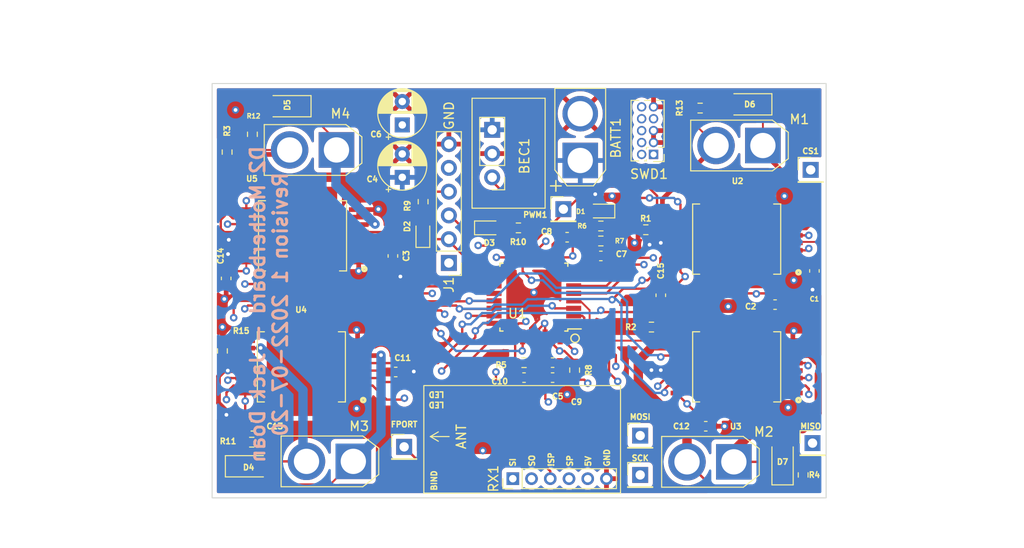
<source format=kicad_pcb>
(kicad_pcb (version 20211014) (generator pcbnew)
  (layers (0 "F.Cu" signal) (1 "In1.Cu" signal) (2 "In2.Cu" signal) (31 "B.Cu" signal) (34 "B.Paste" user) (35 "F.Paste" user) (36 "B.SilkS" user "B.Silkscreen") (37 "F.SilkS" user "F.Silkscreen") (38 "B.Mask" user) (39 "F.Mask" user) (44 "Edge.Cuts" user))
  (net 0 "")
  (net 1 "5V")
  (net 2 "BATT")
  (net 3 "GND")
  (net 5 "FTDI_RXI")
  (net 6 "FTDI_TXO")
  (net 7 "EN4")
  (net 8 "SWDIO")
  (net 9 "RX_FPORT_RX_SERCOM0")
  (net 10 "EN3")
  (net 11 "OUT1_P")
  (net 12 "OUT1_N")
  (net 13 "OUT2_P")
  (net 14 "OUT2_N")
  (net 15 "OUT3_P")
  (net 16 "OUT3_N")
  (net 17 "OUT4_P")
  (net 18 "OUT4_N")
  (net 19 "Net-(R1-Pad1)")
  (net 20 "Net-(R2-Pad1)")
  (net 21 "DIR1")
  (net 22 "DIR2")
  (net 23 "DIR3")
  (net 24 "DIR4")
  (net 25 "EN1")
  (net 26 "EN2")
  (net 27 "V_BATT_SENSE")
  (net 28 "RX_FPORT_TX")
  (net 29 "PWM1")
  (net 30 "PWM3")
  (net 31 "PWM4")
  (net 32 "CS4")
  (net 33 "MOSI")
  (net 34 "SCK")
  (net 35 "CS1")
  (net 36 "MISO")
  (net 37 "CS3")
  (net 38 "CS2")
  (net 39 "SWCLK")
  (net 40 "PWM2")
  (net 41 "RESET")
  (net 42 "Net-(D1-Pad1)")
  (net 43 "Net-(D2-Pad2)")
  (net 44 "Net-(D3-Pad2)")
  (net 46 "Net-(D4-Pad2)")
  (net 47 "Net-(D5-Pad2)")
  (net 48 "Net-(D6-Pad2)")
  (net 49 "Net-(D7-Pad2)")
  (net 56 "Net-(C11-Pad1)")
  (net 57 "Net-(R15-Pad1)")
  (net 58 "Net-(C3-Pad1)")
  (net 59 "Net-(R3-Pad1)")
  (net 60 "Net-(C1-Pad1)")
  (net 61 "Net-(C2-Pad1)")
  (footprint "Connector_AMASS:AMASS_XT30U-F_1x02_P5.0mm_Vertical" (layer "F.Cu") (at 118.975 90.55 180)
    (fp_text reference "M3")
    (fp_text value "Screw_Terminal_01x02")
  )
  (footprint "Connector_PinHeader_2.54mm:PinHeader_1x01_P2.54mm_Vertical" (layer "F.Cu") (at 149.6 87.8)
    (fp_text reference "TP2" hide)
    (fp_text value "TestPoint")
  )
  (footprint "Connector_PinHeader_2.54mm:PinHeader_1x01_P2.54mm_Vertical" (layer "F.Cu") (at 168 88.6)
    (fp_text reference "TP3" hide)
    (fp_text value "TestPoint")
  )
  (footprint "PowerSO-16:IC_VND5T016ASPTR-E_wider_pads" (layer "F.Cu") (at 113.55 66.45 180)
    (fp_text reference "U5")
    (fp_text value "L9958")
  )
  (footprint "Resistor_SMD:R_0603_1608Metric" (layer "F.Cu") (at 108.13 88.5)
    (fp_text reference "R11")
    (fp_text value "1k 1%")
  )
  (footprint "Resistor_SMD:R_0603_1608Metric" (layer "F.Cu") (at 126.425 62.8 -90)
    (fp_text reference "R9")
    (fp_text value "330 1%")
  )
  (footprint "Resistor_SMD:R_0603_1608Metric" (layer "F.Cu") (at 167 92 -90)
    (fp_text reference "R4")
    (fp_text value "1k 1%")
  )
  (footprint "Capacitor_SMD:C_0603_1608Metric" (layer "F.Cu") (at 164 73.8)
    (fp_text reference "C2")
    (fp_text value "0.1uF")
  )
  (footprint "Resistor_SMD:R_0603_1608Metric" (layer "F.Cu") (at 150.8 76.2 180)
    (fp_text reference "R2")
    (fp_text value "10k 1%")
  )
  (footprint "Resistor_SMD:R_0603_1608Metric" (layer "F.Cu") (at 145.4 65.4 180)
    (fp_text reference "R6")
    (fp_text value "10k 1%" hide)
  )
  (footprint "Resistor_SMD:R_0603_1608Metric" (layer "F.Cu") (at 142.6 80.8 90)
    (fp_text reference "R8")
    (fp_text value "1k 1%")
  )
  (footprint "Connector_PinHeader_2.54mm:PinHeader_1x01_P2.54mm_Vertical" (layer "F.Cu") (at 124.4 89)
    (fp_text reference "TP1" hide)
    (fp_text value "TestPoint")
  )
  (footprint "Connector_PinHeader_2.54mm:PinHeader_1x01_P2.54mm_Vertical" (layer "F.Cu") (at 149.6 92)
    (fp_text reference "TP4" hide)
    (fp_text value "TestPoint")
  )
  (footprint "Resistor_SMD:R_0603_1608Metric" (layer "F.Cu") (at 137.2 80)
    (fp_text reference "R5")
    (fp_text value "10k 1%")
  )
  (footprint "Diode_SMD:D_0603_1608Metric" (layer "F.Cu") (at 133.4 65.6)
    (fp_text reference "D3")
    (fp_text value "LED")
  )
  (footprint "Diode_SMD:D_0603_1608Metric" (layer "F.Cu") (at 126.4 66.2 90)
    (fp_text reference "D2")
    (fp_text value "LED")
  )
  (footprint "Capacitor_SMD:C_0603_1608Metric" (layer "F.Cu") (at 145.4 68.6)
    (fp_text reference "C7")
    (fp_text value "0.1uF")
  )
  (footprint "Resistor_SMD:R_0603_1608Metric" (layer "F.Cu") (at 150.2 65.8 180)
    (fp_text reference "R1")
    (fp_text value "10k 1%")
  )
  (footprint "Connector_PinHeader_2.54mm:PinHeader_1x06_P2.54mm_Vertical" (layer "F.Cu") (at 129.175 69.35 180)
    (fp_text reference "J1")
    (fp_text value "FTDI")
  )
  (footprint "Capacitor_SMD:C_0603_1608Metric" (layer "F.Cu") (at 141.8 66.6 180)
    (fp_text reference "C8")
    (fp_text value "0.1uF")
  )
  (footprint "Capacitor_SMD:C_0603_1608Metric" (layer "F.Cu") (at 105.4 71 -90)
    (fp_text reference "C14")
    (fp_text value "0.1uF")
  )
  (footprint "Resistor_SMD:R_0603_1608Metric" (layer "F.Cu") (at 156 52.8 180)
    (fp_text reference "R13")
    (fp_text value "1k 1%")
  )
  (footprint "Resistor_SMD:R_0603_1608Metric" (layer "F.Cu") (at 108.2 55.6 -90)
    (fp_text reference "R12")
    (fp_text value "1k 1%")
  )
  (footprint "Connector_PinHeader_2.00mm:PinHeader_1x06_P2.00mm_Vertical" (layer "F.Cu") (at 136 92.4 90)
    (fp_text reference "RX1")
    (fp_text value "RX")
  )
  (footprint "Connector_PinHeader_1.27mm:PinHeader_2x05_P1.27mm_Vertical" (layer "F.Cu") (at 151.025 57.75 180)
    (fp_text reference "SWD1")
    (fp_text value "Conn_02x05_Odd_Even" hide)
  )
  (footprint "Capacitor_SMD:C_0603_1608Metric" (layer "F.Cu") (at 168.2 70.2 -90)
    (fp_text reference "C1")
    (fp_text value "0.1uF")
  )
  (footprint "Connector_AMASS:AMASS_XT30U-F_1x02_P5.0mm_Vertical" (layer "F.Cu") (at 159.6 90.6 180)
    (fp_text reference "M2")
    (fp_text value "Screw_Terminal_01x02" hide)
  )
  (footprint "Capacitor_SMD:C_0603_1608Metric" (layer "F.Cu") (at 137.2 81.6 180)
    (fp_text reference "C10")
    (fp_text value "0.1uF")
  )
  (footprint "LED_SMD:LED_1206_3216Metric_Pad1.42x1.75mm_HandSolder" (layer "F.Cu") (at 164.8 90.6 90)
    (fp_text reference "D7")
    (fp_text value "LED_Dual_Bidirectional")
  )
  (footprint "Resistor_SMD:R_0603_1608Metric" (layer "F.Cu") (at 105.5 57.5 90)
    (fp_text reference "R3")
    (fp_text value "10k 1%")
  )
  (footprint "Connector_PinHeader_2.54mm:PinHeader_1x03_P2.54mm_Vertical" (layer "F.Cu") (at 133.8 60.2 180)
    (fp_text reference "BEC1")
    (fp_text value "BEC")
  )
  (footprint "Capacitor_SMD:C_0603_1608Metric" (layer "F.Cu") (at 140.25 80)
    (fp_text reference "C9")
    (fp_text value "1uF")
  )
  (footprint "Capacitor_SMD:C_0603_1608Metric" (layer "F.Cu") (at 123.2 68.6 -90)
    (fp_text reference "C3")
    (fp_text value "0.1uF")
  )
  (footprint "PowerSO-16:IC_VND5T016ASPTR-E_wider_pads" (layer "F.Cu") (at 113.43 80.45 180)
    (fp_text reference "U4")
    (fp_text value "L9958")
  )
  (footprint "LED_SMD:LED_1206_3216Metric_Pad1.42x1.75mm_HandSolder" (layer "F.Cu") (at 161.2 52.4 180)
    (fp_text reference "D6")
    (fp_text value "LED_Dual_Bidirectional")
  )
  (footprint "Package_QFP:TQFP-32_7x7mm_P0.8mm" (layer "F.Cu") (at 138.25 73 180)
    (fp_text reference "U1")
    (fp_text value "PIC32CM6408MC00032-I/PT" hide)
  )
  (footprint "Connector_AMASS:AMASS_XT30U-M_1x02_P5.0mm_Vertical" (layer "F.Cu") (at 143.2 58.4 90)
    (fp_text reference "BATT1")
    (fp_text value "Screw_Terminal_01x02" hide)
  )
  (footprint "Capacitor_THT:CP_Radial_D5.0mm_P2.50mm" (layer "F.Cu") (at 124.2 54.6 90)
    (fp_text reference "C6")
    (fp_text value "47uF")
  )
  (footprint "LED_SMD:LED_1206_3216Metric_Pad1.42x1.75mm_HandSolder" (layer "F.Cu") (at 107.775 91.075)
    (fp_text reference "D4")
    (fp_text value "LED_Dual_Bidirectional")
  )
  (footprint "Capacitor_SMD:C_0603_1608Metric" (layer "F.Cu") (at 140.25 81.6)
    (fp_text reference "C5")
    (fp_text value "0.1uF")
  )
  (footprint "Connector_PinHeader_2.54mm:PinHeader_1x01_P2.54mm_Vertical" (layer "F.Cu") (at 167.8 59.4)
    (fp_text reference "TP5" hide)
    (fp_text value "TestPoint")
  )
  (footprint "Capacitor_SMD:C_0603_1608Metric" (layer "F.Cu") (at 123.5 81)
    (fp_text reference "C11")
    (fp_text value "0.1uF")
  )
  (footprint "Capacitor_SMD:C_0603_1608Metric" (layer "F.Cu") (at 108.2 86.8)
    (fp_text reference "C13")
    (fp_text value "0.1uF")
  )
  (footprint "Connector_AMASS:AMASS_XT30U-F_1x02_P5.0mm_Vertical" (layer "F.Cu") (at 162.7 56.8 180)
    (fp_text reference "M1")
    (fp_text value "Screw_Terminal_01x02" hide)
  )
  (footprint "Connector_PinHeader_2.54mm:PinHeader_1x01_P2.54mm_Vertical" (layer "F.Cu") (at 141.4 63.6)
    (fp_text reference "TP6" hide)
    (fp_text value "TestPoint")
  )
  (footprint "Capacitor_SMD:C_0603_1608Metric" (layer "F.Cu") (at 156.6 86.8)
    (fp_text reference "C12")
    (fp_text value "0.1uF")
  )
  (footprint "Resistor_SMD:R_0603_1608Metric" (layer "F.Cu") (at 136.6 65.6 180)
    (fp_text reference "R10")
    (fp_text value "330 1%")
  )
  (footprint "Diode_SMD:D_0603_1608Metric" (layer "F.Cu") (at 145.4 63.8 180)
    (fp_text reference "D1")
    (fp_text value "D")
  )
  (footprint "Resistor_SMD:R_0603_1608Metric" (layer "F.Cu") (at 145.4 67)
    (fp_text reference "R7")
    (fp_text value "10k 1%" hide)
  )
  (footprint "Connector_AMASS:AMASS_XT30U-F_1x02_P5.0mm_Vertical" (layer "F.Cu") (at 117.175 57.275 180)
    (fp_text reference "M4")
    (fp_text value "Screw_Terminal_01x02")
  )
  (footprint "LED_SMD:LED_1206_3216Metric_Pad1.42x1.75mm_HandSolder" (layer "F.Cu") (at 112 52.6 180)
    (fp_text reference "D5")
    (fp_text value "LED_Dual_Bidirectional")
  )
  (footprint "PowerSO-16:IC_VND5T016ASPTR-E_wider_pads" (layer "F.Cu") (at 159.9 80.45 180)
    (fp_text reference "U3")
    (fp_text value "L9958")
  )
  (footprint "Capacitor_SMD:C_0603_1608Metric" (layer "F.Cu") (at 151.8 72.8 -90)
    (fp_text reference "C15")
    (fp_text value "0.1uF")
  )
  (footprint "Capacitor_THT:CP_Radial_D5.0mm_P2.50mm" (layer "F.Cu") (at 124.2 60.2 90)
    (fp_text reference "C4")
    (fp_text value "220uF" hide)
  )
  (footprint "PowerSO-16:IC_VND5T016ASPTR-E_wider_pads" (layer "F.Cu") (at 159.9 66.8 180)
    (fp_text reference "U2")
    (fp_text value "L9958")
  )
  (footprint "Resistor_SMD:R_0603_1608Metric" (layer "F.Cu") (at 105 78.75 90)
    (fp_text reference "R15")
    (fp_text value "10k 1%")
  )
  (gr_circle (center 142.647213 77.4) (end 142.247213 77.6) (layer "F.SilkS") (width 0.15) (fill none))
  (gr_rect (start 103.9 50.175) (end 169.45 94.45) (layer "Edge.Cuts") (width 0.1) (fill none))
  (gr_text "D2 Motherboard - Jack Doan\nRevision 1 2022-07-20" (at 109.975 73.775 90) (layer "B.SilkS") (effects (font (size 1.5 1.5) (thickness 0.3)) (justify mirror)))
  (gr_text "MOSI" (at 149.6 85.8) (layer "F.SilkS") (effects (font (size 0.6 0.6))))
  (gr_text "MISO" (at 167.8 86.8) (layer "F.SilkS") (effects (font (size 0.6 0.6))))
  (gr_text "GND" (at 129.2 53.6 90) (layer "F.SilkS") (effects (font (size 1 1))))
  (gr_text "CS1" (at 167.8 57.4) (layer "F.SilkS") (effects (font (size 0.6 0.6))))
  (gr_text "SCK" (at 149.6 90.2) (layer "F.SilkS") (effects (font (size 0.6 0.6))))
  (gr_text "PWM1" (at 138.4 64.2) (layer "F.SilkS") (effects (font (size 0.6 0.6))))
  (gr_text "FPORT" (at 124.4 86.6) (layer "F.SilkS") (effects (font (size 0.6 0.6))))
  (segment (start 105.4 70.225) (end 107.525 70.225) (width 0.25) (layer "F.Cu") (net 1))
  (segment (start 107.43 84.1005) (end 107.43 86.795) (width 0.25) (layer "F.Cu") (net 1))
  (segment (start 139.45 77.25) (end 139.45 75.85) (width 0.25) (layer "F.Cu") (net 1))
  (segment (start 143.625 81.825) (end 144 82.2) (width 0.25) (layer "F.Cu") (net 1))
  (segment (start 138.65 77.25) (end 138.65 78.15) (width 0.25) (layer "F.Cu") (net 1))
  (segment (start 153.9 83.25) (end 153.9 83.7) (width 0.25) (layer "F.Cu") (net 1))
  (segment (start 138.65 78.15) (end 139.25 78.75) (width 0.25) (layer "F.Cu") (net 1))
  (segment (start 139.475 80) (end 139.475 81.8) (width 0.25) (layer "F.Cu") (net 1))
  (segment (start 107.43 86.795) (end 107.425 86.8) (width 0.25) (layer "F.Cu") (net 1))
  (segment (start 139.475 81.8) (end 138.025 81.8) (width 0.25) (layer "F.Cu") (net 1))
  (segment (start 142.25 68.75) (end 142.4 68.6) (width 0.25) (layer "F.Cu") (net 1))
  (segment (start 139.475 83.875) (end 139.8 84.2) (width 0.25) (layer "F.Cu") (net 1))
  (segment (start 126.425 61.975) (end 126.67 61.73) (width 0.25) (layer "F.Cu") (net 1))
  (segment (start 141.05 68.75) (end 142.25 68.75) (width 0.25) (layer "F.Cu") (net 1))
  (segment (start 138.025 80) (end 138.025 81.6) (width 0.25) (layer "F.Cu") (net 1))
  (segment (start 142.4 68.6) (end 142.4 66.775) (width 0.25) (layer "F.Cu") (net 1))
  (segment (start 139.45 77.25) (end 139.45 78.55) (width 0.25) (layer "F.Cu") (net 1))
  (segment (start 139.25 78.75) (end 139.25 80.175) (width 0.25) (layer "F.Cu") (net 1))
  (segment (start 153.9 83.7) (end 154.6 84.4) (width 0.25) (layer "F.Cu") (net 1))
  (segment (start 142.6 81.825) (end 143.625 81.825) (width 0.25) (layer "F.Cu") (net 1))
  (segment (start 155.825 86.8) (end 155.825 85.625) (width 0.25) (layer "F.Cu") (net 1))
  (segment (start 139.45 78.55) (end 139.25 78.75) (width 0.25) (layer "F.Cu") (net 1))
  (segment (start 139.45 75.85) (end 139.4 75.8) (width 0.25) (layer "F.Cu") (net 1))
  (segment (start 151.8 72.025) (end 153.175 72.025) (width 0.25) (layer "F.Cu") (net 1))
  (segment (start 139.475 82) (end 139.475 83.875) (width 0.25) (layer "F.Cu") (net 1))
  (segment (start 107.55 69.25) (end 107.55 70.2) (width 0.2) (layer "F.Cu") (net 1))
  (segment (start 137.425 65.6) (end 137.425 64.25) (width 0.25) (layer "F.Cu") (net 1))
  (segment (start 126.67 61.73) (end 129.175 61.73) (width 0.25) (layer "F.Cu") (net 1))
  (segment (start 155.825 85.625) (end 154.6 84.4) (width 0.25) (layer "F.Cu") (net 1))
  (segment (start 138.65 77.25) (end 138.65 79.375) (width 0.25) (layer "F.Cu") (net 1))
  (segment (start 138.65 79.375) (end 138.025 80) (width 0.25) (layer "F.Cu") (net 1))
  (segment (start 153.9 69.6) (end 153.9 70.3) (width 0.25) (layer "F.Cu") (net 1))
  (segment (start 138.65 76.55) (end 139.4 75.8) (width 0.25) (layer "F.Cu") (net 1))
  (segment (start 137.425 64.25) (end 133.8 60.625) (width 0.25) (layer "F.Cu") (net 1))
  (segment (start 138.65 77.25) (end 139.45 77.25) (width 0.25) (layer "F.Cu") (net 1))
  (segment (start 153.9 70.3) (end 154.4 70.8) (width 0.25) (layer "F.Cu") (net 1))
  (segment (start 138.65 77.25) (end 138.65 76.55) (width 0.25) (layer "F.Cu") (net 1))
  (segment (start 153.175 72.025) (end 154.4 70.8) (width 0.25) (layer "F.Cu") (net 1))
  (segment (start 107.43 83.25) (end 107.43 84.1005) (width 0.25) (layer "F.Cu") (net 1))
  (segment (start 107.525 70.225) (end 107.55 70.2) (width 0.25) (layer "F.Cu") (net 1))
  (segment (start 138.025 80) (end 139.475 80) (width 0.25) (layer "F.Cu") (net 1))
  (via (at 154.6 84.4) (size 0.8) (drill 0.4) (layers "F.Cu" "B.Cu") (net 1))
  (via (at 107.55 70.2) (size 0.8) (drill 0.4) (layers "F.Cu" "B.Cu") (net 1))
  (via (at 154.4 70.8) (size 0.8) (drill 0.4) (layers "F.Cu" "B.Cu") (net 1))
  (via (at 139.4 75.8) (size 0.8) (drill 0.4) (layers "F.Cu" "B.Cu") (net 1))
  (via (at 144 82.2) (size 0.8) (drill 0.4) (layers "F.Cu" "B.Cu") (net 1))
  (via (at 142.4 68.6) (size 0.8) (drill 0.4) (layers "F.Cu" "B.Cu") (net 1))
  (via (at 139.8 84.2) (size 0.8) (drill 0.4) (layers "F.Cu" "B.Cu") (net 1))
  (via (at 107.43 84.1005) (size 0.8) (drill 0.4) (layers "F.Cu" "B.Cu") (net 1))
  (segment (start 164.775 73.8) (end 166.4 73.8) (width 0.25) (layer "F.Cu") (net 2))
  (segment (start 153.9 80.85) (end 150.85 80.85) (width 0.5) (layer "F.Cu") (net 2))
  (segment (start 153.9 67.2) (end 151.8 67.2) (width 0.5) (layer "F.Cu") (net 2))
  (segment (start 104.58 81.469767) (end 105.199767 80.85) (width 0.5) (layer "F.Cu") (net 2))
  (segment (start 105.425 85.147082) (end 104.58 84.302082) (width 0.5) (layer "F.Cu") (net 2))
  (segment (start 105.675 66.875) (end 107.525 66.875) (width 0.5) (layer "F.Cu") (net 2))
  (segment (start 151.8 80.8) (end 151.6 80.8) (width 0.5) (layer "F.Cu") (net 2))
  (segment (start 144.6125 62.1875) (end 144.8 62) (width 0.25) (layer "F.Cu") (net 2))
  (segment (start 150.8 80.8) (end 151.8 80.8) (width 0.25) (layer "F.Cu") (net 2))
  (segment (start 166.4 73.8) (end 168 72.2) (width 0.25) (layer "F.Cu") (net 2))
  (segment (start 153.9 80.85) (end 151.85 80.85) (width 0.5) (layer "F.Cu") (net 2))
  (segment (start 123.2 70) (end 124 70.8) (width 0.25) (layer "F.Cu") (net 2))
  (segment (start 107.525 66.875) (end 107.55 66.85) (width 0.5) (layer "F.Cu") (net 2))
  (segment (start 105.575 80.85) (end 105.225 80.85) (width 0.5) (layer "F.Cu") (net 2))
  (segment (start 150.85 80.85) (end 150.8 80.8) (width 0.5) (layer "F.Cu") (net 2))
  (segment (start 144.6125 63.8) (end 144.6125 62.1875) (width 0.25) (layer "F.Cu") (net 2))
  (segment (start 168.2 72) (end 168 72.2) (width 0.2) (layer "F.Cu") (net 2))
  (segment (start 105.199767 80.85) (end 107.43 80.85) (width 0.5) (layer "F.Cu") (net 2))
  (segment (start 168.2 70.975) (end 168.2 72) (width 0.2) (layer "F.Cu") (net 2))
  (segment (start 151.8 67.2) (end 150.8 67.2) (width 0.5) (layer "F.Cu") (net 2))
  (segment (start 123.2 69.375) (end 123.2 70) (width 0.25) (layer "F.Cu") (net 2))
  (segment (start 105.675 66.875) (end 105.675 68.325) (width 0.5) (layer "F.Cu") (net 2))
  (segment (start 105.425 85.575) (end 105.425 85.147082) (width 0.5) (layer "F.Cu") (net 2))
  (segment (start 124.205 80.95) (end 125.43 80.95) (width 0.25) (layer "F.Cu") (net 2))
  (segment (start 151.85 80.85) (end 151.8 80.8) (width 0.5) (layer "F.Cu") (net 2))
  (segment (start 107.43 80.85) (end 105.575 80.85) (width 0.5) (layer "F.Cu") (net 2))
  (segment (start 105.675 68.325) (end 105.6 68.4) (width 0.5) (layer "F.Cu") (net 2))
  (segment (start 150.8 67.2) (end 150.6 67.4) (width 0.5) (layer "F.Cu") (net 2))
  (segment (start 104.58 84.302082) (end 104.58 81.469767) (width 0.5) (layer "F.Cu") (net 2))
  (via (at 105.6 68.4) (size 0.8) (drill 0.4) (layers "F.Cu" "B.Cu") (net 2))
  (via (at 150.6 67.4) (size 0.8) (drill 0.4) (layers "F.Cu" "B.Cu") (net 2))
  (via (at 151.8 67.2) (size 0.8) (drill 0.4) (layers "F.Cu" "B.Cu") (net 2))
  (via (at 125.43 80.95) (size 0.8) (drill 0.4) (layers "F.Cu" "B.Cu") (net 2))
  (via (at 105.425 85.575) (size 0.8) (drill 0.4) (layers "F.Cu" "B.Cu") (net 2))
  (via (at 151.8 80.8) (size 0.8) (drill 0.4) (layers "F.Cu" "B.Cu") (net 2))
  (via (at 105.575 80.85) (size 0.8) (drill 0.4) (layers "F.Cu" "B.Cu") (net 2))
  (via (at 105.675 66.875) (size 0.8) (drill 0.4) (layers "F.Cu" "B.Cu") (net 2))
  (via (at 124 70.8) (size 0.8) (drill 0.4) (layers "F.Cu" "B.Cu") (net 2))
  (via (at 144.8 62) (size 0.8) (drill 0.4) (layers "F.Cu" "B.Cu") (net 2))
  (via (at 150.8 80.8) (size 0.8) (drill 0.4) (layers "F.Cu" "B.Cu") (net 2))
  (via (at 168 72.2) (size 0.8) (drill 0.4) (layers "F.Cu" "B.Cu") (net 2))
  (segment (start 146.225 67) (end 147.2 66.025) (width 0.2) (layer "F.Cu") (net 3))
  (segment (start 119.93 77.65) (end 119.93 78.45) (width 0.25) (layer "F.Cu") (net 3))
  (segment (start 137.85 76.325) (end 137.85 77.25) (width 0.25) (layer "F.Cu") (net 3))
  (segment (start 140.25 68.75) (end 140.25 67.375) (width 0.25) (layer "F.Cu") (net 3))
  (segment (start 105 77.925) (end 105.2 77.725) (width 0.25) (layer "F.Cu") (net 3))
  (segment (start 140.25 68.75) (end 140.25 71.75) (width 0.25) (layer "F.Cu") (net 3))
  (segment (start 165.9 64) (end 165.9 64.8) (width 0.25) (layer "F.Cu") (net 3))
  (segment (start 141.025 82.625) (end 141.8 83.4) (width 0.25) (layer "F.Cu") (net 3))
  (segment (start 159.9 85.5) (end 158.4 87) (width 0.25) (layer "F.Cu") (net 3))
  (segment (start 165.9 69.6) (end 165.9 71.1) (width 0.25) (layer "F.Cu") (net 3))
  (segment (start 105.2 77.725) (end 105.2 73.2) (width 0.25) (layer "F.Cu") (net 3))
  (segment (start 165.9 83.25) (end 165.9 84.3) (width 0.25) (layer "F.Cu") (net 3))
  (segment (start 116.35 69.25) (end 119.55 69.25) (width 0.25) (layer "F.Cu") (net 3))
  (segment (start 147.2 62.8) (end 146.6 62.2) (width 0.2) (layer "F.Cu") (net 3))
  (segment (start 165.9 84.3) (end 165.4 84.8) (width 0.25) (layer "F.Cu") (net 3))
  (segment (start 149.975 76.2) (end 150.4 76.2) (width 0.25) (layer "F.Cu") (net 3))
  (segment (start 165.9 64) (end 162.7 64) (width 0.25) (layer "F.Cu") (net 3))
  (segment (start 141.025 80) (end 141.025 81.5) (width 0.25) (layer "F.Cu") (net 3))
  (segment (start 138.8 75.375) (end 137.85 76.325) (width 0.25) (layer "F.Cu") (net 3))
  (segment (start 138.8 73.2) (end 138.8 75.375) (width 0.25) (layer "F.Cu") (net 3))
  (segment (start 165.9 71.1) (end 166 71.2) (width 0.25) (layer "F.Cu") (net 3))
  (segment (start 165.9 76.7) (end 166 76.6) (width 0.25) (layer "F.Cu") (net 3))
  (segment (start 119.43 83.25) (end 119.43 84.8) (width 0.25) (layer "F.Cu") (net 3))
  (segment (start 165.9 77.65) (end 165.9 76.7) (width 0.25) (layer "F.Cu") (net 3))
  (segment (start 160.4 66.8) (end 165 62.2) (width 0.25) (layer "F.Cu") (net 3))
  (segment (start 138.875 73.125) (end 138.25 72.5) (width 0.25) (layer "F.Cu") (net 3))
  (segment (start 105.4 73) (end 105.2 73.2) (width 0.25) (layer "F.Cu") (net 3))
  (segment (start 119.93 77.65) (end 116.73 77.65) (width 0.25) (layer "F.Cu") (net 3))
  (segment (start 121.6 63.65) (end 121.65 63.6) (width 0.25) (layer "F.Cu") (net 3))
  (segment (start 151.4 75.2) (end 154.65 75.2) (width 0.25) (layer "F.Cu") (net 3))
  (segment (start 128.3 84.9) (end 132.8 89.4) (width 0.25) (layer "F.Cu") (net 3))
  (segment (start 119.55 69.25) (end 119.55 70.2) (width 0.25) (layer "F.Cu") (net 3))
  (segment (start 146.225 67) (end 146.225 68.55) (width 0.2) (layer "F.Cu") (net 3))
  (segment (start 119.43 84.8) (end 119.33 84.9) (width 0.25) (layer "F.Cu") (net 3))
  (segment (start 157.375 86.8) (end 158.6 86.8) (width 0.25) (layer "F.Cu") (net 3))
  (segment (start 105.4 71.775) (end 105.4 73) (width 0.25) (layer "F.Cu") (net 3))
  (segment (start 119.93 83.25) (end 116.73 83.25) (width 0.25) (layer "F.Cu") (net 3))
  (segment (start 153.125 73.575) (end 159.9 66.8) (width 0.25) (layer "F.Cu") (net 3))
  (segment (start 108.975 84.905) (end 113.43 80.45) (width 0.25) (layer "F.Cu") (net 3))
  (segment (start 149.375 66.825) (end 149 67.2) (width 0.25) (layer "F.Cu") (net 3))
  (segment (start 119.43 76.6) (end 119.33 76.5) (width 0.25) (layer "F.Cu") (net 3))
  (segment (start 138.875 73.125) (end 138.8 73.2) (width 0.25) (layer "F.Cu") (net 3))
  (segment (start 149.375 65.8) (end 149.375 66.825) (width 0.25) (layer "F.Cu") (net 3))
  (segment (start 147.2 66.025) (end 147.2 62.8) (width 0.2) (layer "F.Cu") (net 3))
  (segment (start 119.55 63.65) (end 121.6 63.65) (width 0.25) (layer "F.Cu") (net 3))
  (segment (start 154.65 75.2) (end 159.9 80.45) (width 0.25) (layer "F.Cu") (net 3))
  (segment (start 165.9 83.25) (end 162.7 83.25) (width 0.25) (layer "F.Cu") (net 3))
  (segment (start 150.4 76.2) (end 151.4 75.2) (width 0.25) (layer "F.Cu") (net 3))
  (segment (start 105 77.925) (end 105 76.2) (width 0.25) (layer "F.Cu") (net 3))
  (segment (start 140.25 71.75) (end 138.875 73.125) (width 0.25) (layer "F.Cu") (net 3))
  (segment (start 119.33 84.9) (end 128.3 84.9) (width 0.25) (layer "F.Cu") (net 3))
  (segment (start 108.975 86.8) (end 108.975 84.905) (width 0.25) (layer "F.Cu") (net 3))
  (segment (start 140.25 67.375) (end 141.025 66.6) (width 0.25) (layer "F.Cu") (net 3))
  (segment (start 151.8 73.575) (end 153.125 73.575) (width 0.25) (layer "F.Cu") (net 3))
  (segment (start 141.025 82) (end 141.025 82.625) (width 0.25) (layer "F.Cu") (net 3))
  (segment (start 119.43 77.65) (end 119.43 76.6) (width 0.25) (layer "F.Cu") (net 3))
  (segment (start 119.55 63.65) (end 119.55 64.45) (width 0.25) (layer "F.Cu") (net 3))
  (segment (start 119.55 64.45) (end 115.55 64.45) (width 0.25) (layer "F.Cu") (net 3))
  (via (at 105 76.2) (size 0.8) (drill 0.4) (layers "F.Cu" "B.Cu") (net 3))
  (via (at 141.8 83.4) (size 0.8) (drill 0.4) (layers "F.Cu" "B.Cu") (net 3))
  (via (at 159 74) (size 0.8) (drill 0.4) (layers "F.Cu" "B.Cu") (net 3))
  (via (at 165.4 84.8) (size 0.8) (drill 0.4) (layers "F.Cu" "B.Cu") (net 3))
  (via (at 166 71.2) (size 0.8) (drill 0.4) (layers "F.Cu" "B.Cu") (net 3))
  (via (at 149 67.2) (size 0.8) (drill 0.4) (layers "F.Cu" "B.Cu") (net 3))
  (via (at 105.2 73.2) (size 0.8) (drill 0.4) (layers "F.Cu" "B.Cu") (net 3))
  (via (at 158.6 86.8) (size 0.8) (drill 0.4) (layers "F.Cu" "B.Cu") (net 3))
  (via (at 165 62.2) (size 0.8) (drill 0.4) (layers "F.Cu" "B.Cu") (net 3))
  (via (at 119.55 70.2) (size 0.8) (drill 0.4) (layers "F.Cu" "B.Cu") (net 3))
  (via (at 119.33 84.9) (size 0.8) (drill 0.4) (layers "F.Cu" "B.Cu") (net 3))
  (via (at 146.6 62.2) (size 0.8) (drill 0.4) (layers "F.Cu" "B.Cu") (net 3))
  (via (at 138.25 72.5) (size 0.8) (drill 0.4) (layers "F.Cu" "B.Cu") (net 3))
  (via (at 132.8 89.4) (size 0.8) (drill 0.4) (layers "F.Cu" "B.Cu") (net 3))
  (via (at 106.4 53) (size 0.8) (drill 0.4) (layers "F.Cu" "B.Cu") (net 3))
  (via (at 119.33 76.5) (size 0.8) (drill 0.4) (layers "F.Cu" "B.Cu") (net 3))
  (via (at 121.65 63.6) (size 0.8) (drill 0.4) (layers "F.Cu" "B.Cu") (net 3))
  (via (at 166 76.6) (size 0.8) (drill 0.4) (layers "F.Cu" "B.Cu") (net 3))
  (segment (start 131.6 69.4) (end 131.575 69.4) (width 0.25) (layer "F.Cu") (net 5))
  (segment (start 134 71) (end 133.2 71) (width 0.25) (layer "F.Cu") (net 5))
  (segment (start 126.4 66.9875) (end 126.5775 66.81) (width 0.25) (layer "F.Cu") (net 5))
  (segment (start 133.2 71) (end 131.6 69.4) (width 0.25) (layer "F.Cu") (net 5))
  (segment (start 131.575 69.4) (end 129.175 67) (width 0.25) (layer "F.Cu") (net 5))
  (segment (start 126.5775 66.81) (end 129.175 66.81) (width 0.25) (layer "F.Cu") (net 5))
  (segment (start 129.32 64.27) (end 130.95 65.9) (width 0.25) (layer "F.Cu") (net 6))
  (segment (start 130.95 68) (end 133.15 70.2) (width 0.25) (layer "F.Cu") (net 6))
  (segment (start 132.6125 65.6) (end 130.95 67.2625) (width 0.25) (layer "F.Cu") (net 6))
  (segment (start 130.95 65.9) (end 130.95 68) (width 0.25) (layer "F.Cu") (net 6))
  (segment (start 130.95 67.2625) (end 130.95 68) (width 0.25) (layer "F.Cu") (net 6))
  (segment (start 133.15 70.2) (end 134 70.2) (width 0.25) (layer "F.Cu") (net 6))
  (segment (start 107.55 62.7) (end 107.55 63.65) (width 0.25) (layer "F.Cu") (net 7))
  (segment (start 134 75) (end 131.5 75) (width 0.25) (layer "F.Cu") (net 7))
  (segment (start 131.5 75) (end 131.4 75.1) (width 0.25) (layer "F.Cu") (net 7))
  (via (at 131.25 75) (size 0.8) (drill 0.4) (layers "F.Cu" "B.Cu") (net 7))
  (via (at 107.55 62.7) (size 0.8) (drill 0.4) (layers "F.Cu" "B.Cu") (net 7))
  (segment (start 141.05 77.25) (end 142.6 78.8) (width 0.25) (layer "F.Cu") (net 8))
  (via (at 142.6 78.8) (size 0.8) (drill 0.4) (layers "F.Cu" "B.Cu") (net 8))
  (segment (start 134.2 82.8) (end 140 88.6) (width 0.25) (layer "F.Cu") (net 9))
  (segment (start 125.8 90.4) (end 136 90.4) (width 0.25) (layer "F.Cu") (net 9))
  (segment (start 138.6 90.4) (end 138.8 90.4) (width 0.25) (layer "F.Cu") (net 9))
  (segment (start 124.4 89) (end 125.8 90.4) (width 0.25) (layer "F.Cu") (net 9))
  (segment (start 140 91.6) (end 140 92.4) (width 0.25) (layer "F.Cu") (net 9))
  (segment (start 136 90.4) (end 138.6 90.4) (width 0.25) (layer "F.Cu") (net 9))
  (segment (start 140 88.6) (end 140 89) (width 0.25) (layer "F.Cu") (net 9))
  (segment (start 134.2 81) (end 134.2 82.8) (width 0.25) (layer "F.Cu") (net 9))
  (segment (start 138.65 67.899904) (end 139.524952 67.024952) (width 0.25) (layer "F.Cu") (net 9))
  (segment (start 138.8 90.4) (end 140 91.6) (width 0.25) (layer "F.Cu") (net 9))
  (segment (start 140 89) (end 138.6 90.4) (width 0.25) (layer "F.Cu") (net 9))
  (segment (start 138.65 68.75) (end 138.65 67.899904) (width 0.25) (layer "F.Cu") (net 9))
  (via (at 139.524952 67.024952) (size 0.8) (drill 0.4) (layers "F.Cu" "B.Cu") (net 9))
  (via (at 134.2 81) (size 0.8) (drill 0.4) (layers "F.Cu" "B.Cu") (net 9))
  (segment (start 107.43 76.85) (end 109.405 74.875) (width 0.25) (layer "F.Cu") (net 10))
  (segment (start 137.05 77.25) (end 137.05 78.7) (width 0.25) (layer "F.Cu") (net 10))
  (segment (start 107.43 77.65) (end 107.43 76.85) (width 0.25) (layer "F.Cu") (net 10))
  (segment (start 137.05 78.7) (end 137 78.75) (width 0.25) (layer "F.Cu") (net 10))
  (segment (start 126.305 74.875) (end 128.33 76.9) (width 0.25) (layer "F.Cu") (net 10))
  (segment (start 109.405 74.875) (end 126.305 74.875) (width 0.25) (layer "F.Cu") (net 10))
  (via (at 128.33 76.9) (size 0.8) (drill 0.4) (layers "F.Cu" "B.Cu") (net 10))
  (via (at 137 78.75) (size 0.8) (drill 0.4) (layers "F.Cu" "B.Cu") (net 10))
  (segment (start 129.95 78.75) (end 137 78.75) (width 0.25) (layer "B.Cu") (net 10))
  (segment (start 128.33 76.9) (end 128.33 77.13) (width 0.25) (layer "B.Cu") (net 10))
  (segment (start 128.33 77.13) (end 129.95 78.75) (width 0.25) (layer "B.Cu") (net 10))
  (segment (start 162.7 52.4125) (end 162.7 56.8) (width 0.2) (layer "F.Cu") (net 11))
  (segment (start 167.3 65.6) (end 165.9 65.6) (width 0.5) (layer "F.Cu") (net 11))
  (segment (start 167.6 62.4) (end 167.6 65.3) (width 0.5) (layer "F.Cu") (net 11))
  (segment (start 167.6 65.3) (end 167.3 65.6) (width 0.5) (layer "F.Cu") (net 11))
  (segment (start 163.4875 58.2875) (end 167.6 62.4) (width 0.5) (layer "F.Cu") (net 11))
  (segment (start 151.975 62.525) (end 157.7 56.8) (width 0.5) (layer "F.Cu") (net 12))
  (segment (start 153.9 64.8) (end 152.5 64.8) (width 0.5) (layer "F.Cu") (net 12))
  (segment (start 152.5 64.8) (end 151.975 64.275) (width 0.5) (layer "F.Cu") (net 12))
  (segment (start 155.175 52.8) (end 155.175 54.275) (width 0.2) (layer "F.Cu") (net 12))
  (segment (start 151.975 64.275) (end 151.975 62.525) (width 0.5) (layer "F.Cu") (net 12))
  (segment (start 155.175 54.275) (end 157.7 56.8) (width 0.2) (layer "F.Cu") (net 12))
  (segment (start 159.6 89.4) (end 161.95 87.05) (width 1) (layer "F.Cu") (net 13))
  (segment (start 166.95 87.05) (end 168.4 85.6) (width 1) (layer "F.Cu") (net 13))
  (segment (start 168.4 85.6) (end 168.6 85.4) (width 0.75) (layer "F.Cu") (net 13))
  (segment (start 163.3125 90.6) (end 159.6 90.6) (width 0.25) (layer "F.Cu") (net 13))
  (segment (start 165.9 79.25) (end 167.650706 79.25) (width 0.5) (layer "F.Cu") (net 13))
  (segment (start 164.8 92.0875) (end 163.3125 90.6) (width 0.25) (layer "F.Cu") (net 13))
  (segment (start 168.6 85.4) (end 168.6 81.2) (width 0.75) (layer "F.Cu") (net 13))
  (segment (start 168.6 80.199294) (end 168.6 81) (width 0.5) (layer "F.Cu") (net 13))
  (segment (start 167.650706 79.25) (end 168.6 80.199294) (width 0.5) (layer "F.Cu") (net 13))
  (segment (start 161.95 87.05) (end 166.95 87.05) (width 1) (layer "F.Cu") (net 13))
  (segment (start 149.4 82.2) (end 154.6 87.4) (width 1) (layer "F.Cu") (net 14))
  (segment (start 153.9 78.45) (end 150.75 78.45) (width 0.5) (layer "F.Cu") (net 14))
  (segment (start 154.6 87.4) (end 154.6 90.6) (width 1) (layer "F.Cu") (net 14))
  (segment (start 166.6 93.4) (end 165.4 93.4) (width 0.2) (layer "F.Cu") (net 14))
  (segment (start 149.4 79.8) (end 149.4 82.2) (width 1) (layer "F.Cu") (net 14))
  (segment (start 150.6 78.6) (end 149.4 79.8) (width 1) (layer "F.Cu") (net 14))
  (segment (start 167 93) (end 166.6 93.4) (width 0.2) (layer "F.Cu") (net 14))
  (segment (start 154.6 90.6) (end 157.4 93.4) (width 0.25) (layer "F.Cu") (net 14))
  (segment (start 157.4 93.4) (end 165.4 93.4) (width 0.25) (layer "F.Cu") (net 14))
  (segment (start 150.75 78.45) (end 150.6 78.6) (width 0.25) (layer "F.Cu") (net 14))
  (segment (start 108.35 93) (end 116.525 93) (width 0.2) (layer "F.Cu") (net 15))
  (segment (start 106.425 91.075) (end 108.35 93) (width 0.2) (layer "F.Cu") (net 15))
  (segment (start 116.525 93) (end 118.975 90.55) (width 0.2) (layer "F.Cu") (net 15))
  (segment (start 121.88 79.25) (end 121.93 79.2) (width 0.2) (layer "F.Cu") (net 15))
  (segment (start 119.93 79.25) (end 121.88 79.25) (width 0.5) (layer "F.Cu") (net 15))
  (via (at 121.93 79.2) (size 0.8) (drill 0.4) (layers "F.Cu" "B.Cu") (net 15))
  (segment (start 121.93 87.595) (end 121.93 79.2) (width 1) (layer "B.Cu") (net 15))
  (segment (start 118.975 90.55) (end 121.93 87.595) (width 1) (layer "B.Cu") (net 15))
  (segment (start 109.05 78.45) (end 109.075 78.425) (width 0.25) (layer "F.Cu") (net 16))
  (segment (start 111.005 90.55) (end 113.975 90.55) (width 0.25) (layer "F.Cu") (net 16))
  (segment (start 108.63 78.45) (end 108.955 78.775) (width 0.25) (layer "F.Cu") (net 16))
  (segment (start 108.955 88.5) (end 111.005 90.55) (width 0.25) (layer "F.Cu") (net 16))
  (segment (start 107.43 78.45) (end 109.05 78.45) (width 0.25) (layer "F.Cu") (net 16))
  (segment (start 107.43 78.45) (end 108.63 78.45) (width 0.25) (layer "F.Cu") (net 16))
  (via (at 109.075 78.425) (size 0.8) (drill 0.4) (layers "F.Cu" "B.Cu") (net 16))
  (segment (start 109.075 78.425) (end 113.6 82.95) (width 1) (layer "B.Cu") (net 16))
  (segment (start 113.6 82.95) (end 113.6 90.175) (width 1) (layer "B.Cu") (net 16))
  (segment (start 121.25 65.25) (end 121.3 65.2) (width 0.2) (layer "F.Cu") (net 17))
  (segment (start 113.4875 52.6) (end 117.175 56.2875) (width 0.2) (layer "F.Cu") (net 17))
  (segment (start 119.55 65.25) (end 121.25 65.25) (width 0.2) (layer "F.Cu") (net 17))
  (segment (start 117.175 56.2875) (end 117.175 57.275) (width 0.2) (layer "F.Cu") (net 17))
  (via (at 121.3 65.2) (size 0.8) (drill 0.4) (layers "F.Cu" "B.Cu") (net 17))
  (segment (start 121.3 65.2) (end 117.125 61.025) (width 1) (layer "B.Cu") (net 17))
  (segment (start 117.125 61.025) (end 117.125 57.75) (width 1) (layer "B.Cu") (net 17))
  (segment (start 107.55 64.45) (end 106.15 64.45) (width 0.5) (layer "F.Cu") (net 18))
  (segment (start 108.3 57.75) (end 112.125 57.75) (width 0.5) (layer "F.Cu") (net 18))
  (segment (start 106.15 64.45) (end 105.8 64.1) (width 0.5) (layer "F.Cu") (net 18))
  (segment (start 108.2 56.425) (end 109.05 57.275) (width 0.2) (layer "F.Cu") (net 18))
  (segment (start 105.8 60.25) (end 108.3 57.75) (width 0.5) (layer "F.Cu") (net 18))
  (segment (start 105.8 64.1) (end 105.8 60.25) (width 0.5) (layer "F.Cu") (net 18))
  (segment (start 109.05 57.275) (end 112.175 57.275) (width 0.2) (layer "F.Cu") (net 18))
  (segment (start 151.625 66.4) (end 153.9 66.4) (width 0.25) (layer "F.Cu") (net 19))
  (segment (start 151.025 65.8) (end 151.625 66.4) (width 0.25) (layer "F.Cu") (net 19))
  (segment (start 151.625 76.2) (end 154.8 76.2) (width 0.25) (layer "F.Cu") (net 20))
  (segment (start 155.6 77) (end 155.6 79.65) (width 0.25) (layer "F.Cu") (net 20))
  (segment (start 155.6 79.65) (end 155.2 80.05) (width 0.25) (layer "F.Cu") (net 20))
  (segment (start 154.8 76.2) (end 155.6 77) (width 0.25) (layer "F.Cu") (net 20))
  (segment (start 155.2 80.05) (end 153.9 80.05) (width 0.25) (layer "F.Cu") (net 20))
  (segment (start 142.5 71.8) (end 146 71.8) (width 0.25) (layer "F.Cu") (net 21))
  (segment (start 146 71.8) (end 149 68.8) (width 0.25) (layer "F.Cu") (net 21))
  (segment (start 149 68.8) (end 151 68.8) (width 0.25) (layer "F.Cu") (net 21))
  (segment (start 165.9 66.4) (end 167.6 66.4) (width 0.25) (layer "F.Cu") (net 21))
  (via (at 151 68.8) (size 0.8) (drill 0.4) (layers "F.Cu" "B.Cu") (net 21))
  (via (at 167.6 66.4) (size 0.8) (drill 0.4) (layers "F.Cu" "B.Cu") (net 21))
  (segment (start 146.275 81.075) (end 147.2 82) (width 0.25) (layer "F.Cu") (net 22))
  (segment (start 142.5 75.8) (end 142.962564 75.8) (width 0.25) (layer "F.Cu") (net 22))
  (segment (start 167.248624 80.05) (end 167.521848 80.323224) (width 0.25) (layer "F.Cu") (net 22))
  (segment (start 142.962564 75.8) (end 146.275 79.112436) (width 0.25) (layer "F.Cu") (net 22))
  (segment (start 165.9 80.05) (end 167.248624 80.05) (width 0.25) (layer "F.Cu") (net 22))
  (segment (start 146.275 79.112436) (end 146.275 81.075) (width 0.25) (layer "F.Cu") (net 22))
  (via (at 147.2 82) (size 0.8) (drill 0.4) (layers "F.Cu" "B.Cu") (net 22))
  (via (at 167.521848 80.323224) (size 0.8) (drill 0.4) (layers "F.Cu" "B.Cu") (net 22))
  (segment (start 130.6 77.45) (end 128 80.05) (width 0.25) (layer "F.Cu") (net 23))
  (segment (start 142.5 74.2) (end 140.4755 74.2) (width 0.25) (layer "F.Cu") (net 23))
  (segment (start 119.43 80.05) (end 128 80.05) (width 0.25) (layer "F.Cu") (net 23))
  (segment (start 130.6 75.9) (end 130.6 77.45) (width 0.25) (layer "F.Cu") (net 23))
  (segment (start 140.4755 74.2) (end 140.2 73.9245) (width 0.25) (layer "F.Cu") (net 23))
  (via (at 130.6 75.9) (size 0.8) (drill 0.4) (layers "F.Cu" "B.Cu") (net 23))
  (via (at 140.2 73.9245) (size 0.8) (drill 0.4) (layers "F.Cu" "B.Cu") (net 23))
  (segment (start 132.725 74.7) (end 131.525 75.9) (width 0.25) (layer "B.Cu") (net 23))
  (segment (start 140.2 73.9245) (end 137.6755 73.9245) (width 0.25) (layer "B.Cu") (net 23))
  (segment (start 133.772792 74.7) (end 132.725 74.7) (width 0.25) (layer "B.Cu") (net 23))
  (segment (start 137.6755 73.9245) (end 137.35 74.25) (width 0.25) (layer "B.Cu") (net 23))
  (segment (start 134.222792 74.25) (end 133.772792 74.7) (width 0.25) (layer "B.Cu") (net 23))
  (segment (start 131.525 75.9) (end 130.6 75.9) (width 0.25) (layer "B.Cu") (net 23))
  (segment (start 137.35 74.25) (end 134.222792 74.25) (width 0.25) (layer "B.Cu") (net 23))
  (segment (start 132.675 71.4) (end 126.8 71.4) (width 0.25) (layer "F.Cu") (net 24))
  (segment (start 126.8 71.4) (end 124.4 69) (width 0.25) (layer "F.Cu") (net 24))
  (segment (start 124.4 69) (end 124.4 67.2) (width 0.25) (layer "F.Cu") (net 24))
  (segment (start 123.25 66.05) (end 119.55 66.05) (width 0.25) (layer "F.Cu") (net 24))
  (segment (start 134 71.8) (end 133.075 71.8) (width 0.25) (layer "F.Cu") (net 24))
  (segment (start 124.4 67.2) (end 123.25 66.05) (width 0.25) (layer "F.Cu") (net 24))
  (segment (start 133.075 71.8) (end 132.675 71.4) (width 0.25) (layer "F.Cu") (net 24))
  (segment (start 153.9 63.1) (end 153.6 62.8) (width 0.25) (layer "F.Cu") (net 25))
  (segment (start 142.5 71) (end 145.027817 71) (width 0.25) (layer "F.Cu") (net 25))
  (segment (start 145.027817 71) (end 147.625 68.402817) (width 0.25) (layer "F.Cu") (net 25))
  (segment (start 147.625 68.402817) (end 147.625 63.375) (width 0.25) (layer "F.Cu") (net 25))
  (segment (start 153.9 64) (end 153.9 63.1) (width 0.25) (layer "F.Cu") (net 25))
  (segment (start 148.6 62.4) (end 150.6 62.4) (width 0.25) (layer "F.Cu") (net 25))
  (segment (start 147.625 63.375) (end 148.6 62.4) (width 0.25) (layer "F.Cu") (net 25))
  (via (at 150.6 62.4) (size 0.8) (drill 0.4) (layers "F.Cu" "B.Cu") (net 25))
  (via (at 153.6 62.8) (size 0.8) (drill 0.4) (layers "F.Cu" "B.Cu") (net 25))
  (segment (start 153.2 62.4) (end 153.6 62.8) (width 0.25) (layer "B.Cu") (net 25))
  (segment (start 150.6 62.4) (end 153.2 62.4) (width 0.25) (layer "B.Cu") (net 25))
  (segment (start 143.2 73.4) (end 144.2 74.4) (width 0.2) (layer "F.Cu") (net 26))
  (segment (start 144.2 75.8) (end 146.05 77.65) (width 0.2) (layer "F.Cu") (net 26))
  (segment (start 146.05 77.65) (end 153.475 77.65) (width 0.2) (layer "F.Cu") (net 26))
  (segment (start 144.2 74.4) (end 144.2 75.8) (width 0.2) (layer "F.Cu") (net 26))
  (segment (start 142.5 73.4) (end 143.2 73.4) (width 0.2) (layer "F.Cu") (net 26))
  (segment (start 144.575 67) (end 144.575 68.55) (width 0.25) (layer "F.Cu") (net 27))
  (segment (start 144.575 65.4) (end 144.575 67) (width 0.25) (layer "F.Cu") (net 27))
  (segment (start 143.175 70.2) (end 144.575 68.8) (width 0.25) (layer "F.Cu") (net 27))
  (segment (start 144.2 61.2) (end 137.85 67.55) (width 0.25) (layer "F.Cu") (net 29))
  (segment (start 151.4 64.513172) (end 151.4 62.174695) (width 0.25) (layer "F.Cu") (net 29))
  (segment (start 152.486828 65.6) (end 151.4 64.513172) (width 0.25) (layer "F.Cu") (net 29))
  (segment (start 153.9 65.6) (end 152.486828 65.6) (width 0.25) (layer "F.Cu") (net 29))
  (segment (start 150.425305 61.2) (end 144.2 61.2) (width 0.25) (layer "F.Cu") (net 29))
  (segment (start 151.4 62.174695) (end 150.425305 61.2) (width 0.25) (layer "F.Cu") (net 29))
  (segment (start 137.85 67.55) (end 137.85 68.75) (width 0.25) (layer "F.Cu") (net 29))
  (segment (start 106 77.2) (end 108.775 74.425) (width 0.25) (layer "F.Cu") (net 30))
  (segment (start 106.025 79.25) (end 106 79.225) (width 0.25) (layer "F.Cu") (net 30))
  (segment (start 135.45 68.75) (end 134.25 68.75) (width 0.25) (layer "F.Cu") (net 30))
  (segment (start 107.43 79.25) (end 106.025 79.25) (width 0.25) (layer "F.Cu") (net 30))
  (segment (start 106 79.225) (end 106 77.2) (width 0.25) (layer "F.Cu") (net 30))
  (segment (start 108.775 74.425) (end 128.3305 74.425) (width 0.25) (layer "F.Cu") (net 30))
  (segment (start 128.3305 74.425) (end 128.73 74.8245) (width 0.25) (layer "F.Cu") (net 30))
  (via (at 134.25 68.75) (size 0.8) (drill 0.4) (layers "F.Cu" "B.Cu") (net 30))
  (via (at 128.73 74.8245) (size 0.8) (drill 0.4) (layers "F.Cu" "B.Cu") (net 30))
  (segment (start 136.25 68.75) (end 136.25 67.7) (width 0.25) (layer "F.Cu") (net 31))
  (segment (start 132.325 67.5) (end 132.3 67.475) (width 0.25) (layer "F.Cu") (net 31))
  (segment (start 136.05 67.5) (end 132.325 67.5) (width 0.25) (layer "F.Cu") (net 31))
  (segment (start 136.25 67.7) (end 136.05 67.5) (width 0.25) (layer "F.Cu") (net 31))
  (segment (start 105.55 65.2) (end 107.5 65.2) (width 0.25) (layer "F.Cu") (net 31))
  (via (at 132.3 67.475) (size 0.8) (drill 0.4) (layers "F.Cu" "B.Cu") (net 31))
  (via (at 105.55 65.2) (size 0.8) (drill 0.4) (layers "F.Cu" "B.Cu") (net 31))
  (segment (start 132.475 71.85) (end 123.65 71.85) (width 0.25) (layer "F.Cu") (net 32))
  (segment (start 133.225 72.6) (end 132.475 71.85) (width 0.25) (layer "F.Cu") (net 32))
  (segment (start 134 72.6) (end 133.225 72.6) (width 0.25) (layer "F.Cu") (net 32))
  (segment (start 123.65 71.85) (end 122 70.2) (width 0.25) (layer "F.Cu") (net 32))
  (segment (start 122 70.2) (end 122 69.013604) (width 0.25) (layer "F.Cu") (net 32))
  (segment (start 122 69.013604) (end 120.636396 67.65) (width 0.25) (layer "F.Cu") (net 32))
  (segment (start 120.636396 67.65) (end 119.55 67.65) (width 0.25) (layer "F.Cu") (net 32))
  (segment (start 131.35 73.4) (end 134 73.4) (width 0.25) (layer "F.Cu") (net 33))
  (segment (start 105.955402 81.65) (end 107.43 81.65) (width 0.25) (layer "F.Cu") (net 33))
  (segment (start 151.75 69.85) (end 150.4 71.2) (width 0.25) (layer "F.Cu") (net 33))
  (segment (start 108.85 67.65) (end 109.35 68.15) (width 0.25) (layer "F.Cu") (net 33))
  (segment (start 153.9 68) (end 152.6 68) (width 0.25) (layer "F.Cu") (net 33))
  (segment (start 106.2 73.77896) (end 106.57896 73.4) (width 0.25) (layer "F.Cu") (net 33))
  (segment (start 106.57896 73.4) (end 110.2 73.4) (width 0.25) (layer "F.Cu") (net 33))
  (segment (start 150.4 71.2) (end 149.8 71.2) (width 0.25) (layer "F.Cu") (net 33))
  (segment (start 152.6 68) (end 151.75 68.85) (width 0.25) (layer "F.Cu") (net 33))
  (segment (start 151.75 68.85) (end 151.75 69.85) (width 0.25) (layer "F.Cu") (net 33))
  (segment (start 107.55 67.65) (end 108.85 67.65) (width 0.25) (layer "F.Cu") (net 33))
  (segment (start 131.35 73.4) (end 131.3 73.45) (width 0.25) (layer "F.Cu") (net 33))
  (segment (start 153.9 81.65) (end 152.337165 81.65) (width 0.25) (layer "F.Cu") (net 33))
  (segment (start 106.2 75.2) (end 106.2 73.77896) (width 0.25) (layer "F.Cu") (net 33))
  (segment (start 110.25 73.45) (end 131.3 73.45) (width 0.25) (layer "F.Cu") (net 33))
  (segment (start 109.35 72.55) (end 110.25 73.45) (width 0.25) (layer "F.Cu") (net 33))
  (segment (start 105.8 81.65) (end 105.575 81.875) (width 0.25) (layer "F.Cu") (net 33))
  (segment (start 152.337165 81.65) (end 151.47174 82.515425) (width 0.25) (layer "F.Cu") (net 33))
  (segment (start 105.955402 81.65) (end 105.8 81.65) (width 0.25) (layer "F.Cu") (net 33))
  (segment (start 110.2 73.4) (end 110.25 73.45) (width 0.25) (layer "F.Cu") (net 33))
  (segment (start 109.35 68.15) (end 109.35 72.55) (width 0.25) (layer "F.Cu") (net 33))
  (via (at 105.575 81.875) (size 0.8) (drill 0.4) (layers "F.Cu" "B.Cu") (net 33))
  (via (at 131.35 73.4) (size 0.8) (drill 0.4) (layers "F.Cu" "B.Cu") (net 33))
  (via (at 151.47174 82.515425) (size 0.8) (drill 0.4) (layers "F.Cu" "B.Cu") (net 33))
  (via (at 106.2 75.2) (size 0.8) (drill 0.4) (layers "F.Cu" "B.Cu") (net 33))
  (via (at 149.8 71.2) (size 0.8) (drill 0.4) (layers "F.Cu" "B.Cu") (net 33))
  (segment (start 131.35 73.4) (end 133.8 73.4) (width 0.25) (layer "B.Cu") (net 33))
  (segment (start 149 72) (end 149.8 71.2) (width 0.25) (layer "B.Cu") (net 33))
  (segment (start 136.725 70.475) (end 139.111396 70.475) (width 0.25) (layer "B.Cu") (net 33))
  (segment (start 139.111396 70.475) (end 140.636396 72) (width 0.25) (layer "B.Cu") (net 33))
  (segment (start 133.8 73.4) (end 136.725 70.475) (width 0.25) (layer "B.Cu") (net 33))
  (segment (start 140.636396 72) (end 149 72) (width 0.25) (layer "B.Cu") (net 33))
  (segment (start 150.3 72.1) (end 147.7745 72.1) (width 0.25) (layer "F.Cu") (net 34))
  (segment (start 106.18 82.45) (end 105.43 83.2) (width 0.25) (layer "F.Cu") (net 34))
  (segment (start 152.2 70.2) (end 150.3 72.1) (width 0.25) (layer "F.Cu") (net 34))
  (segment (start 152.2 69.2) (end 152.2 70.2) (width 0.25) (layer "F.Cu") (net 34))
  (segment (start 105.43 83.2) (end 105.43 83.95) (width 0.25) (layer "F.Cu") (net 34))
  (segment (start 130.3 74.25) (end 133.95 74.25) (width 0.25) (layer "F.Cu") (net 34))
  (segment (start 107.38 74.25) (end 107.73 73.9) (width 0.25) (layer "F.Cu") (net 34))
  (segment (start 147.7745 72.1) (end 146.6 73.2745) (width 0.25) (layer "F.Cu") (net 34))
  (segment (start 108.9 68.7) (end 108.9 70.98) (width 0.2) (layer "F.Cu") (net 34))
  (segment (start 152.6 82.45) (end 152.2 82.85) (width 0.25) (layer "F.Cu") (net 34))
  (segment (start 153.9 68.8) (end 152.6 68.8) (width 0.25) (layer "F.Cu") (net 34))
  (segment (start 107.55 68.45) (end 108.65 68.45) (width 0.2) (layer "F.Cu") (net 34))
  (segment (start 129.95 73.9) (end 130.3 74.25) (width 0.25) (layer "F.Cu") (net 34))
  (segment (start 153.9 82.45) (end 152.6 82.45) (width 0.25) (layer "F.Cu") (net 34))
  (segment (start 152.6 68.8) (end 152.2 69.2) (width 0.25) (layer "F.Cu") (net 34))
  (segment (start 108.9 71.1) (end 108.9 70.1) (width 0.25) (layer "F.Cu") (net 34))
  (segment (start 107.43 82.45) (end 106.18 82.45) (width 0.25) (layer "F.Cu") (net 34))
  (segment (start 152.2 82.85) (end 152.2 83.2) (width 0.25) (layer "F.Cu") (net 34))
  (segment (start 107.4 71.6) (end 108.4 71.6) (width 0.25) (layer "F.Cu") (net 34))
  (segment (start 108.65 68.45) (end 108.9 68.7) (width 0.2) (layer "F.Cu") (net 34))
  (segment (start 107.73 73.9) (end 129.95 73.9) (width 0.25) (layer "F.Cu") (net 34))
  (segment (start 108.4 71.6) (end 108.9 71.1) (width 0.25) (layer "F.Cu") (net 34))
  (via (at 146.6 73.2745) (size 0.8) (drill 0.4) (layers "F.Cu" "B.Cu") (net 34))
  (via (at 107.38 74.25) (size 0.8) (drill 0.4) (layers "F.Cu" "B.Cu") (net 34))
  (via (at 152.2 83.2) (size 0.8) (drill 0.4) (layers "F.Cu" "B.Cu") (net 34))
  (via (at 107.4 71.6) (size 0.8) (drill 0.4) (layers "F.Cu" "B.Cu") (net 34))
  (via (at 105.43 83.95) (size 0.8) (drill 0.4) (layers "F.Cu" "B.Cu") (net 34))
  (via (at 130.3 74.25) (size 0.8) (drill 0.4) (layers "F.Cu" "B.Cu") (net 34))
  (segment (start 151.171435 83.240425) (end 147.6 79.66899) (width 0.25) (layer "B.Cu") (net 34))
  (segment (start 138.575305 73.2) (end 138.550305 73.225) (width 0.25) (layer "B.Cu") (net 34))
  (segment (start 152.2 83.2) (end 152.159575 83.240425) (width 0.25) (layer "B.Cu") (net 34))
  (segment (start 147 73.2) (end 138.575305 73.2) (width 0.25) (layer "B.Cu") (net 34))
  (segment (start 137 73.8) (end 134.036396 73.8) (width 0.25) (layer "B.Cu") (net 34))
  (segment (start 137.575 73.225) (end 137 73.8) (width 0.25) (layer "B.Cu") (net 34))
  (segment (start 133.586396 74.25) (end 130.3 74.25) (width 0.25) (layer "B.Cu") (net 34))
  (segment (start 147.6 73.8) (end 147 73.2) (width 0.25) (layer "B.Cu") (net 34))
  (segment (start 134.036396 73.8) (end 133.586396 74.25) (width 0.25) (layer "B.Cu") (net 34))
  (segment (start 147.6 79.66899) (end 147.6 73.8) (width 0.25) (layer "B.Cu") (net 34))
  (segment (start 138.550305 73.225) (end 137.575 73.225) (width 0.25) (layer "B.Cu") (net 34))
  (segment (start 152.159575 83.240425) (end 151.171435 83.240425) (width 0.25) (layer "B.Cu") (net 34))
  (segment (start 165.9 68) (end 167.4 68) (width 0.25) (layer "F.Cu") (net 35))
  (segment (start 146 72.6) (end 149.0755 69.5245) (width 0.25) (layer "F.Cu") (net 35))
  (segment (start 149.0755 69.5245) (end 150 69.5245) (width 0.25) (layer "F.Cu") (net 35))
  (segment (start 142.5 72.6) (end 146 72.6) (width 0.25) (layer "F.Cu") (net 35))
  (segment (start 167.4 68) (end 167.6 67.8) (width 0.25) (layer "F.Cu") (net 35))
  (via (at 150 69.5245) (size 0.8) (drill 0.4) (layers "F.Cu" "B.Cu") (net 35))
  (via (at 167.6 67.8) (size 0.8) (drill 0.4) (layers "F.Cu" "B.Cu") (net 35))
  (segment (start 132 76.6) (end 132.8 75.8) (width 0.25) (layer "F.Cu") (net 36))
  (segment (start 123.2 72.6) (end 127.4 72.6) (width 0.25) (layer "F.Cu") (net 36))
  (segment (start 119.55 68.45) (end 120.8 68.45) (width 0.25) (layer "F.Cu") (net 36))
  (segment (start 120.8 68.45) (end 121.55 69.2) (width 0.25) (layer "F.Cu") (net 36))
  (segment (start 158.025305 72.6) (end 156.025305 74.6) (width 0.25) (layer "F.Cu") (net 36))
  (segment (start 163.7 72.6) (end 158.025305 72.6) (width 0.25) (layer "F.Cu") (net 36))
  (segment (start 121.55 69.2) (end 121.55 70.95) (width 0.25) (layer "F.Cu") (net 36))
  (segment (start 167.25 82.45) (end 167.6 82.8) (width 0.25) (layer "F.Cu") (net 36))
  (segment (start 164.65 68.8) (end 164.4 69.05) (width 0.25) (layer "F.Cu") (net 36))
  (segment (start 119.43 82.45) (end 121.03 82.45) (width 0.25) (layer "F.Cu") (net 36))
  (segment (start 164.4 71.9) (end 163.7 72.6) (width 0.25) (layer "F.Cu") (net 36))
  (segment (start 165.9 68.8) (end 164.65 68.8) (width 0.25) (layer "F.Cu") (net 36))
  (segment (start 164.4 69.05) (end 164.4 71.9) (width 0.25) (layer "F.Cu") (net 36))
  (segment (start 122.53 83.95) (end 124.28 83.95) (width 0.25) (layer "F.Cu") (net 36))
  (segment (start 121.55 70.95) (end 123.2 72.6) (width 0.25) (layer "F.Cu") (net 36))
  (segment (start 156.025305 74.6) (end 145.6 74.6) (width 0.25) (layer "F.Cu") (net 36))
  (segment (start 124.28 83.95) (end 124.43 83.8) (width 0.25) (layer "F.Cu") (net 36))
  (segment (start 132 76.6) (end 132 77.3) (width 0.25) (layer "F.Cu") (net 36))
  (segment (start 121.03 82.45) (end 122.53 83.95) (width 0.25) (layer "F.Cu") (net 36))
  (segment (start 132.8 75.8) (end 134 75.8) (width 0.25) (layer "F.Cu") (net 36))
  (segment (start 132 77.3) (end 128.4 80.9) (width 0.25) (layer "F.Cu") (net 36))
  (segment (start 145.6 74.6) (end 145.4 74.4) (width 0.25) (layer "F.Cu") (net 36))
  (segment (start 167.6 82.8) (end 167.6 83.4) (width 0.25) (layer "F.Cu") (net 36))
  (segment (start 165.9 82.45) (end 167.25 82.45) (width 0.25) (layer "F.Cu") (net 36))
  (via (at 162 72.649502) (size 0.8) (drill 0.4) (layers "F.Cu" "B.Cu") (net 36))
  (via (at 132 76.6) (size 0.8) (drill 0.4) (layers "F.Cu" "B.Cu") (net 36))
  (via (at 145.4 74.4) (size 0.8) (drill 0.4) (layers "F.Cu" "B.Cu") (net 36))
  (via (at 127.4 72.6) (size 0.8) (drill 0.4) (layers "F.Cu" "B.Cu") (net 36))
  (via (at 167.6 83.4) (size 0.8) (drill 0.4) (layers "F.Cu" "B.Cu") (net 36))
  (via (at 128.4 80.9) (size 0.8) (drill 0.4) (layers "F.Cu" "B.Cu") (net 36))
  (via (at 124.43 83.8) (size 0.8) (drill 0.4) (layers "F.Cu" "B.Cu") (net 36))
  (segment (start 134.409188 74.7) (end 145.1 74.7) (width 0.25) (layer "B.Cu") (net 36))
  (segment (start 145.1 74.7) (end 145.4 74.4) (width 0.25) (layer "B.Cu") (net 36))
  (segment (start 133.35 75.75) (end 133.95 75.15) (width 0.25) (layer "B.Cu") (net 36))
  (segment (start 133.95 75.15) (end 133.959188 75.15) (width 0.25) (layer "B.Cu") (net 36))
  (segment (start 132.85 75.75) (end 133.35 75.75) (width 0.25) (layer "B.Cu") (net 36))
  (segment (start 132 76.6) (end 132.85 75.75) (width 0.25) (layer "B.Cu") (net 36))
  (segment (start 133.959188 75.15) (end 134.409188 74.7) (width 0.25) (layer "B.Cu") (net 36))
  (segment (start 129.155 82.075) (end 122.055 82.075) (width 0.25) (layer "F.Cu") (net 37))
  (segment (start 122.055 82.075) (end 121.63 81.65) (width 0.25) (layer "F.Cu") (net 37))
  (segment (start 121.63 81.65) (end 119.43 81.65) (width 0.25) (layer "F.Cu") (net 37))
  (segment (start 134.75 77.95) (end 135.45 77.25) (width 0.25) (layer "F.Cu") (net 37))
  (segment (start 133.28 77.95) (end 134.75 77.95) (width 0.25) (layer "F.Cu") (net 37))
  (segment (start 133.28 77.95) (end 129.155 82.075) (width 0.25) (layer "F.Cu") (net 37))
  (segment (start 143.425 75) (end 143.625 75.2) (width 0.25) (layer "F.Cu") (net 38))
  (segment (start 142.5 75) (end 143.425 75) (width 0.25) (layer "F.Cu") (net 38))
  (segment (start 143.625 75.2) (end 143.625 75.82604) (width 0.25) (layer "F.Cu") (net 38))
  (segment (start 165.9 81.65) (end 167.2755 81.65) (width 0.25) (layer "F.Cu") (net 38))
  (segment (start 147 79.20104) (end 147 80.4) (width 0.25) (layer "F.Cu") (net 38))
  (segment (start 143.625 75.82604) (end 147 79.20104) (width 0.25) (layer "F.Cu") (net 38))
  (segment (start 167.2755 81.65) (end 167.4255 81.8) (width 0.25) (layer "F.Cu") (net 38))
  (via (at 167.6 81.6) (size 0.8) (drill 0.4) (layers "F.Cu" "B.Cu") (net 38))
  (via (at 147 80.4) (size 0.8) (drill 0.4) (layers "F.Cu" "B.Cu") (net 38))
  (segment (start 140.25 78) (end 141 78.75) (width 0.25) (layer "F.Cu") (net 39))
  (segment (start 142.75 80) (end 141.5 78.75) (width 0.25) (layer "F.Cu") (net 39))
  (segment (start 141.5 78.75) (end 141 78.75) (width 0.25) (layer "F.Cu") (net 39))
  (segment (start 140.25 77.25) (end 140.25 78) (width 0.25) (layer "F.Cu") (net 39))
  (via (at 141 78.75) (size 0.8) (drill 0.4) (layers "F.Cu" "B.Cu") (net 39))
  (segment (start 137.05 70.25) (end 138 71.2) (width 0.25) (layer "F.Cu") (net 40))
  (segment (start 137.05 68.75) (end 137.05 70.25) (width 0.25) (layer "F.Cu") (net 40))
  (segment (start 153.9 79.25) (end 151.85 79.25) (width 0.25) (layer "F.Cu") (net 40))
  (via (at 138 71.2) (size 0.8) (drill 0.4) (layers "F.Cu" "B.Cu") (net 40))
  (via (at 151.8 79.4) (size 0.8) (drill 0.4) (layers "F.Cu" "B.Cu") (net 40))
  (segment (start 151.8 79.2) (end 150.4 79.2) (width 0.25) (layer "B.Cu") (net 40))
  (segment (start 138 71.2) (end 139.2 71.2) (width 0.25) (layer "B.Cu") (net 40))
  (segment (start 139.2 71.2) (end 140.55 72.55) (width 0.25) (layer "B.Cu") (net 40))
  (segment (start 148.2 73.5) (end 147.25 72.55) (width 0.25) (layer "B.Cu") (net 40))
  (segment (start 150.4 79.2) (end 148.2 77) (width 0.25) (layer "B.Cu") (net 40))
  (segment (start 147.25 72.55) (end 140.55 72.55) (width 0.25) (layer "B.Cu") (net 40))
  (segment (start 148.2 77) (end 148.2 73.5) (width 0.25) (layer "B.Cu") (net 40))
  (segment (start 136.25 79.875) (end 136.269302 79.894302) (width 0.25) (layer "F.Cu") (net 41))
  (segment (start 136.65 75.8) (end 137.4 75.8) (width 0.25) (layer "F.Cu") (net 41))
  (segment (start 136.25 76.2) (end 136.65 75.8) (width 0.25) (layer "F.Cu") (net 41))
  (segment (start 136.25 77.25) (end 136.25 76.2) (width 0.25) (layer "F.Cu") (net 41))
  (segment (start 136.25 77.25) (end 136.25 79.875) (width 0.25) (layer "F.Cu") (net 41))
  (via (at 137.4 75.6) (size 0.8) (drill 0.4) (layers "F.Cu" "B.Cu") (net 41))
  (segment (start 146.1875 63.8) (end 146.1875 65.3625) (width 0.25) (layer "F.Cu") (net 42))
  (segment (start 126.425 65.3875) (end 126.4 65.4125) (width 0.25) (layer "F.Cu") (net 43))
  (segment (start 126.425 63.625) (end 126.425 65.3875) (width 0.25) (layer "F.Cu") (net 43))
  (segment (start 134.1875 65.6) (end 135.775 65.6) (width 0.25) (layer "F.Cu") (net 44))
  (segment (start 107.305 88.5) (end 107.305 89.1175) (width 0.25) (layer "F.Cu") (net 46))
  (segment (start 107.305 89.1175) (end 109.2625 91.075) (width 0.25) (layer "F.Cu") (net 46))
  (segment (start 108.3375 54.775) (end 110.5125 52.6) (width 0.25) (layer "F.Cu") (net 47))
  (segment (start 108.2 54.775) (end 108.3375 54.775) (width 0.25) (layer "F.Cu") (net 47))
  (segment (start 157.225 52.4) (end 156.825 52.8) (width 0.25) (layer "F.Cu") (net 48))
  (segment (start 159.7125 52.4) (end 157.225 52.4) (width 0.25) (layer "F.Cu") (net 48))
  (segment (start 164.9375 89.1125) (end 167 91.175) (width 0.25) (layer "F.Cu") (net 49))
  (segment (start 119.93 80.85) (end 122.555 80.85) (width 0.25) (layer "F.Cu") (net 56))
  (segment (start 107.43 80.05) (end 105.33 80.05) (width 0.25) (layer "F.Cu") (net 57))
  (segment (start 104.93 79.65) (end 105.33 80.05) (width 0.25) (layer "F.Cu") (net 57))
  (segment (start 122.225 66.85) (end 123.2 67.825) (width 0.25) (layer "F.Cu") (net 58))
  (segment (start 119.55 66.85) (end 122.225 66.85) (width 0.25) (layer "F.Cu") (net 58))
  (segment (start 105.225 64.338173) (end 105.225 58.75) (width 0.25) (layer "F.Cu") (net 59))
  (segment (start 104.825 65.677082) (end 104.825 64.738173) (width 0.25) (layer "F.Cu") (net 59))
  (segment (start 107.55 66.05) (end 105.197918 66.05) (width 0.25) (layer "F.Cu") (net 59))
  (segment (start 105.225 58.75) (end 105.625 58.35) (width 0.25) (layer "F.Cu") (net 59))
  (segment (start 104.825 64.738173) (end 105.225 64.338173) (width 0.25) (layer "F.Cu") (net 59))
  (segment (start 105.197918 66.05) (end 104.825 65.677082) (width 0.25) (layer "F.Cu") (net 59))
  (segment (start 168.6 67.4) (end 168.6 69.025) (width 0.2) (layer "F.Cu") (net 60))
  (segment (start 166 67.1) (end 168.3 67.1) (width 0.2) (layer "F.Cu") (net 60))
  (segment (start 168.3 67.1) (end 168.6 67.4) (width 0.2) (layer "F.Cu") (net 60))
  (segment (start 168.6 69.025) (end 168.2 69.425) (width 0.2) (layer "F.Cu") (net 60))
  (segment (start 164.2 80.4) (end 164.65 80.85) (width 0.25) (layer "F.Cu") (net 61))
  (segment (start 163.225 73.8) (end 164.2 74.775) (width 0.25) (layer "F.Cu") (net 61))
  (segment (start 164.2 74.775) (end 164.2 80.4) (width 0.25) (layer "F.Cu") (net 61))
  (segment (start 164.65 80.85) (end 165.9 80.85) (width 0.25) (layer "F.Cu") (net 61))
  (zone (net 3) (net_name "GND") (layers "F.Cu" "In2.Cu") (connect_pads (clearance 0.508)) (min_thickness 0.254) (fill yes (thermal_gap 0.508) (thermal_bridge_width 0.508))
    (polygon (pts (xy 81.75 41.25) (xy 189.25 41.25) (xy 188.265988 97.432557) (xy 85.85754 99.834671) (xy 85.139975 49.385999)))
  )
  (zone (net 2) (net_name "BATT") (layer "B.Cu") (connect_pads (clearance 0.508)) (min_thickness 0.254) (fill yes (thermal_gap 0.508) (thermal_bridge_width 0.508))
    (polygon (pts (xy 186.087434 96.169936) (xy 87.887434 97.969936) (xy 87.377725 43.620048) (xy 187.577725 43.220048)))
  )
)
</source>
